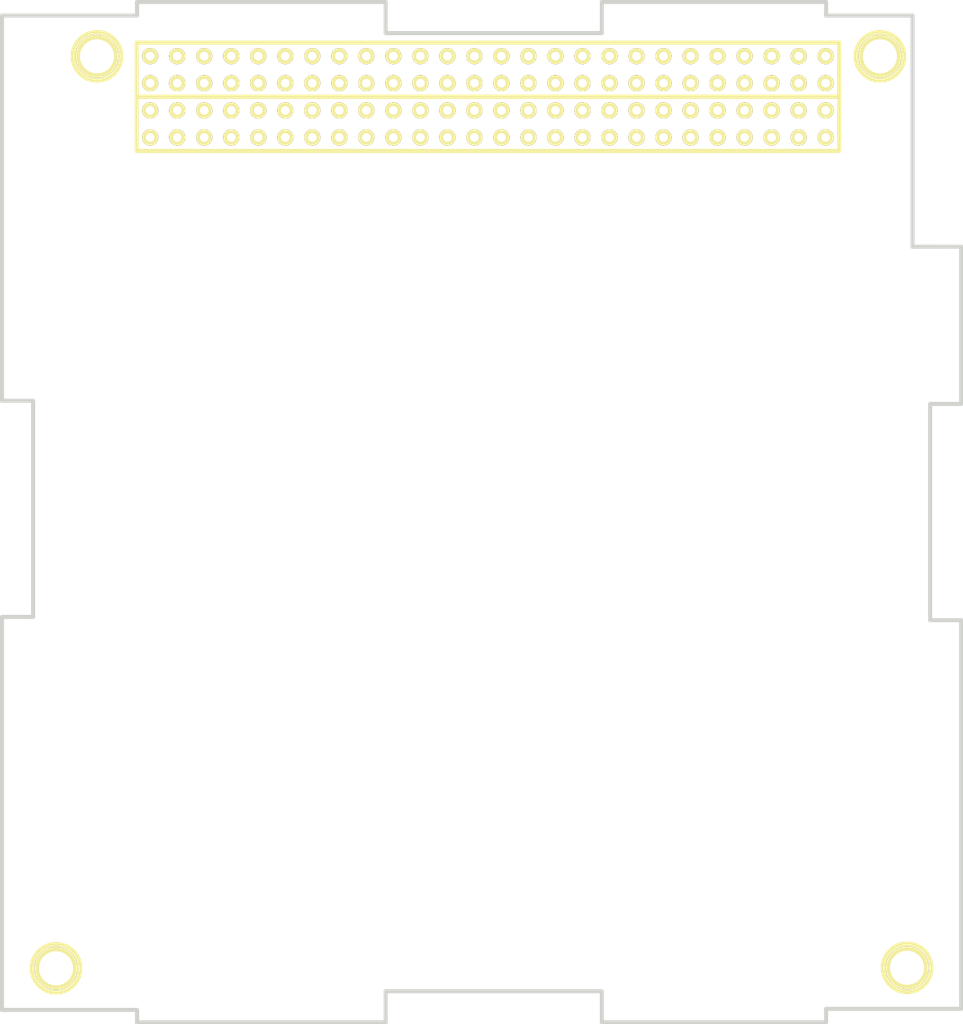
<source format=kicad_pcb>
(kicad_pcb (version 20221018) (generator pcbnew)
  (layers (0 "F.Cu" signal "Front") (31 "B.Cu" signal "Back") (34 "B.Paste" user) (35 "F.Paste" user) (36 "B.SilkS" user) (37 "F.SilkS" user) (38 "B.Mask" user) (39 "F.Mask" user) (44 "Edge.Cuts" user))
  (net 0 "")
  (footprint "1pin" (layer "F.Cu") (at 77.50048 48.75022)
    (fp_text reference "1PIN" hide)
    (fp_text value "P***" hide)
    (fp_circle (center 0 0) (end 0 -2.286) (stroke (width 0.381)) (fill none) (layer "F.SilkS"))
    (pad "1" thru_hole circle (at 0 0) (size 4.064 4.064) (drill 3.2004) (layers "*.Cu" "*.Mask" "F.SilkS"))
  )
  (footprint "1pin" (layer "F.Cu") (at 151.09952 48.75022)
    (fp_text reference "1PIN" hide)
    (fp_text value "P***" hide)
    (fp_circle (center 0 0) (end 0 -2.286) (stroke (width 0.381)) (fill none) (layer "F.SilkS"))
    (pad "1" thru_hole circle (at 0 0) (size 4.064 4.064) (drill 3.2004) (layers "*.Cu" "*.Mask" "F.SilkS"))
  )
  (footprint "1pin" (layer "F.Cu") (at 73.64984 134.44982)
    (fp_text reference "1PIN" hide)
    (fp_text value "P***" hide)
    (fp_circle (center 0 0) (end 0 -2.286) (stroke (width 0.381)) (fill none) (layer "F.SilkS"))
    (pad "1" thru_hole circle (at 0 0) (size 4.064 4.064) (drill 3.2004) (layers "*.Cu" "*.Mask" "F.SilkS"))
  )
  (footprint "1pin" (layer "F.Cu") (at 153.64968 134.39902)
    (fp_text reference "1PIN" hide)
    (fp_text value "P***" hide)
    (fp_circle (center 0 0) (end 0 -2.286) (stroke (width 0.381)) (fill none) (layer "F.SilkS"))
    (pad "1" thru_hole circle (at 0 0) (size 4.064 4.064) (drill 3.2004) (layers "*.Cu" "*.Mask" "F.SilkS"))
  )
  (footprint "CSK_Header" (layer "F.Cu") (at 114.2492 55.10022 90)
    (fp_text reference "H1" hide)
    (fp_text value "H1" hide)
    (fp_line (start -2.54 -33.02) (end 2.54 -33.02) (stroke (width 0.381)) (layer "F.SilkS"))
    (fp_line (start -2.54 33.02) (end -2.54 -33.02) (stroke (width 0.381)) (layer "F.SilkS"))
    (fp_line (start 2.54 -33.02) (end 2.54 33.02) (stroke (width 0.381)) (layer "F.SilkS"))
    (fp_line (start 2.54 33.02) (end -2.54 33.02) (stroke (width 0.381)) (layer "F.SilkS"))
    (pad "1" thru_hole circle (at -1.27 -31.75 90) (size 1.524 1.524) (drill 0.8128) (layers "*.Cu" "*.Mask" "F.SilkS"))
    (pad "2" thru_hole circle (at 1.27 -31.75 90) (size 1.524 1.524) (drill 0.8128) (layers "*.Cu" "*.Mask" "F.SilkS"))
    (pad "3" thru_hole circle (at -1.27 -29.21 90) (size 1.524 1.524) (drill 0.8128) (layers "*.Cu" "*.Mask" "F.SilkS"))
    (pad "4" thru_hole circle (at 1.27 -29.21 90) (size 1.524 1.524) (drill 0.8128) (layers "*.Cu" "*.Mask" "F.SilkS"))
    (pad "5" thru_hole circle (at -1.27 -26.67 90) (size 1.524 1.524) (drill 0.8128) (layers "*.Cu" "*.Mask" "F.SilkS"))
    (pad "6" thru_hole circle (at 1.27 -26.67 90) (size 1.524 1.524) (drill 0.8128) (layers "*.Cu" "*.Mask" "F.SilkS"))
    (pad "7" thru_hole circle (at -1.27 -24.13 90) (size 1.524 1.524) (drill 0.8128) (layers "*.Cu" "*.Mask" "F.SilkS"))
    (pad "8" thru_hole circle (at 1.27 -24.13 90) (size 1.524 1.524) (drill 0.8128) (layers "*.Cu" "*.Mask" "F.SilkS"))
    (pad "9" thru_hole circle (at -1.27 -21.59 90) (size 1.524 1.524) (drill 0.8128) (layers "*.Cu" "*.Mask" "F.SilkS"))
    (pad "10" thru_hole circle (at 1.27 -21.59 90) (size 1.524 1.524) (drill 0.8128) (layers "*.Cu" "*.Mask" "F.SilkS"))
    (pad "11" thru_hole circle (at -1.27 -19.05 90) (size 1.524 1.524) (drill 0.8128) (layers "*.Cu" "*.Mask" "F.SilkS"))
    (pad "12" thru_hole circle (at 1.27 -19.05 90) (size 1.524 1.524) (drill 0.8128) (layers "*.Cu" "*.Mask" "F.SilkS"))
    (pad "13" thru_hole circle (at -1.27 -16.51 90) (size 1.524 1.524) (drill 0.8128) (layers "*.Cu" "*.Mask" "F.SilkS"))
    (pad "14" thru_hole circle (at 1.27 -16.51 90) (size 1.524 1.524) (drill 0.8128) (layers "*.Cu" "*.Mask" "F.SilkS"))
    (pad "15" thru_hole circle (at -1.27 -13.97 90) (size 1.524 1.524) (drill 0.8128) (layers "*.Cu" "*.Mask" "F.SilkS"))
    (pad "16" thru_hole circle (at 1.27 -13.97 90) (size 1.524 1.524) (drill 0.8128) (layers "*.Cu" "*.Mask" "F.SilkS"))
    (pad "17" thru_hole circle (at -1.27 -11.43 90) (size 1.524 1.524) (drill 0.8128) (layers "*.Cu" "*.Mask" "F.SilkS"))
    (pad "18" thru_hole circle (at 1.27 -11.43 90) (size 1.524 1.524) (drill 0.8128) (layers "*.Cu" "*.Mask" "F.SilkS"))
    (pad "19" thru_hole circle (at -1.27 -8.89 90) (size 1.524 1.524) (drill 0.8128) (layers "*.Cu" "*.Mask" "F.SilkS"))
    (pad "20" thru_hole circle (at 1.27 -8.89 90) (size 1.524 1.524) (drill 0.8128) (layers "*.Cu" "*.Mask" "F.SilkS"))
    (pad "21" thru_hole circle (at -1.27 -6.35 90) (size 1.524 1.524) (drill 0.8128) (layers "*.Cu" "*.Mask" "F.SilkS"))
    (pad "22" thru_hole circle (at 1.27 -6.35 90) (size 1.524 1.524) (drill 0.8128) (layers "*.Cu" "*.Mask" "F.SilkS"))
    (pad "23" thru_hole circle (at -1.27 -3.81 90) (size 1.524 1.524) (drill 0.8128) (layers "*.Cu" "*.Mask" "F.SilkS"))
    (pad "24" thru_hole circle (at 1.27 -3.81 90) (size 1.524 1.524) (drill 0.8128) (layers "*.Cu" "*.Mask" "F.SilkS"))
    (pad "25" thru_hole circle (at -1.27 -1.27 90) (size 1.524 1.524) (drill 0.8128) (layers "*.Cu" "*.Mask" "F.SilkS"))
    (pad "26" thru_hole circle (at 1.27 -1.27 90) (size 1.524 1.524) (drill 0.8128) (layers "*.Cu" "*.Mask" "F.SilkS"))
    (pad "27" thru_hole circle (at -1.27 1.27 90) (size 1.524 1.524) (drill 0.8128) (layers "*.Cu" "*.Mask" "F.SilkS"))
    (pad "28" thru_hole circle (at 1.27 1.27 90) (size 1.524 1.524) (drill 0.8128) (layers "*.Cu" "*.Mask" "F.SilkS"))
    (pad "29" thru_hole circle (at -1.27 3.81 90) (size 1.524 1.524) (drill 0.8128) (layers "*.Cu" "*.Mask" "F.SilkS"))
    (pad "30" thru_hole circle (at 1.27 3.81 90) (size 1.524 1.524) (drill 0.8128) (layers "*.Cu" "*.Mask" "F.SilkS"))
    (pad "31" thru_hole circle (at -1.27 6.35 90) (size 1.524 1.524) (drill 0.8128) (layers "*.Cu" "*.Mask" "F.SilkS"))
    (pad "32" thru_hole circle (at 1.27 6.35 90) (size 1.524 1.524) (drill 0.8128) (layers "*.Cu" "*.Mask" "F.SilkS"))
    (pad "33" thru_hole circle (at -1.27 8.89 90) (size 1.524 1.524) (drill 0.8128) (layers "*.Cu" "*.Mask" "F.SilkS"))
    (pad "34" thru_hole circle (at 1.27 8.89 90) (size 1.524 1.524) (drill 0.8128) (layers "*.Cu" "*.Mask" "F.SilkS"))
    (pad "35" thru_hole circle (at -1.27 11.43 90) (size 1.524 1.524) (drill 0.8128) (layers "*.Cu" "*.Mask" "F.SilkS"))
    (pad "36" thru_hole circle (at 1.27 11.43 90) (size 1.524 1.524) (drill 0.8128) (layers "*.Cu" "*.Mask" "F.SilkS"))
    (pad "37" thru_hole circle (at -1.27 13.97 90) (size 1.524 1.524) (drill 0.8128) (layers "*.Cu" "*.Mask" "F.SilkS"))
    (pad "38" thru_hole circle (at 1.27 13.97 90) (size 1.524 1.524) (drill 0.8128) (layers "*.Cu" "*.Mask" "F.SilkS"))
    (pad "39" thru_hole circle (at -1.27 16.51 90) (size 1.524 1.524) (drill 0.8128) (layers "*.Cu" "*.Mask" "F.SilkS"))
    (pad "40" thru_hole circle (at 1.27 16.51 90) (size 1.524 1.524) (drill 0.8128) (layers "*.Cu" "*.Mask" "F.SilkS"))
    (pad "41" thru_hole circle (at -1.27 19.05 90) (size 1.524 1.524) (drill 0.8128) (layers "*.Cu" "*.Mask" "F.SilkS"))
    (pad "42" thru_hole circle (at 1.27 19.05 90) (size 1.524 1.524) (drill 0.8128) (layers "*.Cu" "*.Mask" "F.SilkS"))
    (pad "43" thru_hole circle (at -1.27 21.59 90) (size 1.524 1.524) (drill 0.8128) (layers "*.Cu" "*.Mask" "F.SilkS"))
    (pad "44" thru_hole circle (at 1.27 21.59 90) (size 1.524 1.524) (drill 0.8128) (layers "*.Cu" "*.Mask" "F.SilkS"))
    (pad "45" thru_hole circle (at -1.27 24.13 90) (size 1.524 1.524) (drill 0.8128) (layers "*.Cu" "*.Mask" "F.SilkS"))
    (pad "46" thru_hole circle (at 1.27 24.13 90) (size 1.524 1.524) (drill 0.8128) (layers "*.Cu" "*.Mask" "F.SilkS"))
    (pad "47" thru_hole circle (at -1.27 26.67 90) (size 1.524 1.524) (drill 0.8128) (layers "*.Cu" "*.Mask" "F.SilkS"))
    (pad "48" thru_hole circle (at 1.27 26.67 90) (size 1.524 1.524) (drill 0.8128) (layers "*.Cu" "*.Mask" "F.SilkS"))
    (pad "49" thru_hole circle (at -1.27 29.21 90) (size 1.524 1.524) (drill 0.8128) (layers "*.Cu" "*.Mask" "F.SilkS"))
    (pad "50" thru_hole circle (at 1.27 29.21 90) (size 1.524 1.524) (drill 0.8128) (layers "*.Cu" "*.Mask" "F.SilkS"))
    (pad "51" thru_hole circle (at -1.27 31.75 90) (size 1.524 1.524) (drill 0.8128) (layers "*.Cu" "*.Mask" "F.SilkS"))
    (pad "52" thru_hole circle (at 1.27 31.75 90) (size 1.524 1.524) (drill 0.8128) (layers "*.Cu" "*.Mask" "F.SilkS"))
  )
  (footprint "CSK_Header" (layer "F.Cu") (at 114.2492 49.9999 90)
    (fp_text reference "H2" hide)
    (fp_text value "H2" hide)
    (fp_line (start -2.54 -33.02) (end 2.54 -33.02) (stroke (width 0.381)) (layer "F.SilkS"))
    (fp_line (start -2.54 33.02) (end -2.54 -33.02) (stroke (width 0.381)) (layer "F.SilkS"))
    (fp_line (start 2.54 -33.02) (end 2.54 33.02) (stroke (width 0.381)) (layer "F.SilkS"))
    (fp_line (start 2.54 33.02) (end -2.54 33.02) (stroke (width 0.381)) (layer "F.SilkS"))
    (pad "1" thru_hole circle (at -1.27 -31.75 90) (size 1.524 1.524) (drill 0.8128) (layers "*.Cu" "*.Mask" "F.SilkS"))
    (pad "2" thru_hole circle (at 1.27 -31.75 90) (size 1.524 1.524) (drill 0.8128) (layers "*.Cu" "*.Mask" "F.SilkS"))
    (pad "3" thru_hole circle (at -1.27 -29.21 90) (size 1.524 1.524) (drill 0.8128) (layers "*.Cu" "*.Mask" "F.SilkS"))
    (pad "4" thru_hole circle (at 1.27 -29.21 90) (size 1.524 1.524) (drill 0.8128) (layers "*.Cu" "*.Mask" "F.SilkS"))
    (pad "5" thru_hole circle (at -1.27 -26.67 90) (size 1.524 1.524) (drill 0.8128) (layers "*.Cu" "*.Mask" "F.SilkS"))
    (pad "6" thru_hole circle (at 1.27 -26.67 90) (size 1.524 1.524) (drill 0.8128) (layers "*.Cu" "*.Mask" "F.SilkS"))
    (pad "7" thru_hole circle (at -1.27 -24.13 90) (size 1.524 1.524) (drill 0.8128) (layers "*.Cu" "*.Mask" "F.SilkS"))
    (pad "8" thru_hole circle (at 1.27 -24.13 90) (size 1.524 1.524) (drill 0.8128) (layers "*.Cu" "*.Mask" "F.SilkS"))
    (pad "9" thru_hole circle (at -1.27 -21.59 90) (size 1.524 1.524) (drill 0.8128) (layers "*.Cu" "*.Mask" "F.SilkS"))
    (pad "10" thru_hole circle (at 1.27 -21.59 90) (size 1.524 1.524) (drill 0.8128) (layers "*.Cu" "*.Mask" "F.SilkS"))
    (pad "11" thru_hole circle (at -1.27 -19.05 90) (size 1.524 1.524) (drill 0.8128) (layers "*.Cu" "*.Mask" "F.SilkS"))
    (pad "12" thru_hole circle (at 1.27 -19.05 90) (size 1.524 1.524) (drill 0.8128) (layers "*.Cu" "*.Mask" "F.SilkS"))
    (pad "13" thru_hole circle (at -1.27 -16.51 90) (size 1.524 1.524) (drill 0.8128) (layers "*.Cu" "*.Mask" "F.SilkS"))
    (pad "14" thru_hole circle (at 1.27 -16.51 90) (size 1.524 1.524) (drill 0.8128) (layers "*.Cu" "*.Mask" "F.SilkS"))
    (pad "15" thru_hole circle (at -1.27 -13.97 90) (size 1.524 1.524) (drill 0.8128) (layers "*.Cu" "*.Mask" "F.SilkS"))
    (pad "16" thru_hole circle (at 1.27 -13.97 90) (size 1.524 1.524) (drill 0.8128) (layers "*.Cu" "*.Mask" "F.SilkS"))
    (pad "17" thru_hole circle (at -1.27 -11.43 90) (size 1.524 1.524) (drill 0.8128) (layers "*.Cu" "*.Mask" "F.SilkS"))
    (pad "18" thru_hole circle (at 1.27 -11.43 90) (size 1.524 1.524) (drill 0.8128) (layers "*.Cu" "*.Mask" "F.SilkS"))
    (pad "19" thru_hole circle (at -1.27 -8.89 90) (size 1.524 1.524) (drill 0.8128) (layers "*.Cu" "*.Mask" "F.SilkS"))
    (pad "20" thru_hole circle (at 1.27 -8.89 90) (size 1.524 1.524) (drill 0.8128) (layers "*.Cu" "*.Mask" "F.SilkS"))
    (pad "21" thru_hole circle (at -1.27 -6.35 90) (size 1.524 1.524) (drill 0.8128) (layers "*.Cu" "*.Mask" "F.SilkS"))
    (pad "22" thru_hole circle (at 1.27 -6.35 90) (size 1.524 1.524) (drill 0.8128) (layers "*.Cu" "*.Mask" "F.SilkS"))
    (pad "23" thru_hole circle (at -1.27 -3.81 90) (size 1.524 1.524) (drill 0.8128) (layers "*.Cu" "*.Mask" "F.SilkS"))
    (pad "24" thru_hole circle (at 1.27 -3.81 90) (size 1.524 1.524) (drill 0.8128) (layers "*.Cu" "*.Mask" "F.SilkS"))
    (pad "25" thru_hole circle (at -1.27 -1.27 90) (size 1.524 1.524) (drill 0.8128) (layers "*.Cu" "*.Mask" "F.SilkS"))
    (pad "26" thru_hole circle (at 1.27 -1.27 90) (size 1.524 1.524) (drill 0.8128) (layers "*.Cu" "*.Mask" "F.SilkS"))
    (pad "27" thru_hole circle (at -1.27 1.27 90) (size 1.524 1.524) (drill 0.8128) (layers "*.Cu" "*.Mask" "F.SilkS"))
    (pad "28" thru_hole circle (at 1.27 1.27 90) (size 1.524 1.524) (drill 0.8128) (layers "*.Cu" "*.Mask" "F.SilkS"))
    (pad "29" thru_hole circle (at -1.27 3.81 90) (size 1.524 1.524) (drill 0.8128) (layers "*.Cu" "*.Mask" "F.SilkS"))
    (pad "30" thru_hole circle (at 1.27 3.81 90) (size 1.524 1.524) (drill 0.8128) (layers "*.Cu" "*.Mask" "F.SilkS"))
    (pad "31" thru_hole circle (at -1.27 6.35 90) (size 1.524 1.524) (drill 0.8128) (layers "*.Cu" "*.Mask" "F.SilkS"))
    (pad "32" thru_hole circle (at 1.27 6.35 90) (size 1.524 1.524) (drill 0.8128) (layers "*.Cu" "*.Mask" "F.SilkS"))
    (pad "33" thru_hole circle (at -1.27 8.89 90) (size 1.524 1.524) (drill 0.8128) (layers "*.Cu" "*.Mask" "F.SilkS"))
    (pad "34" thru_hole circle (at 1.27 8.89 90) (size 1.524 1.524) (drill 0.8128) (layers "*.Cu" "*.Mask" "F.SilkS"))
    (pad "35" thru_hole circle (at -1.27 11.43 90) (size 1.524 1.524) (drill 0.8128) (layers "*.Cu" "*.Mask" "F.SilkS"))
    (pad "36" thru_hole circle (at 1.27 11.43 90) (size 1.524 1.524) (drill 0.8128) (layers "*.Cu" "*.Mask" "F.SilkS"))
    (pad "37" thru_hole circle (at -1.27 13.97 90) (size 1.524 1.524) (drill 0.8128) (layers "*.Cu" "*.Mask" "F.SilkS"))
    (pad "38" thru_hole circle (at 1.27 13.97 90) (size 1.524 1.524) (drill 0.8128) (layers "*.Cu" "*.Mask" "F.SilkS"))
    (pad "39" thru_hole circle (at -1.27 16.51 90) (size 1.524 1.524) (drill 0.8128) (layers "*.Cu" "*.Mask" "F.SilkS"))
    (pad "40" thru_hole circle (at 1.27 16.51 90) (size 1.524 1.524) (drill 0.8128) (layers "*.Cu" "*.Mask" "F.SilkS"))
    (pad "41" thru_hole circle (at -1.27 19.05 90) (size 1.524 1.524) (drill 0.8128) (layers "*.Cu" "*.Mask" "F.SilkS"))
    (pad "42" thru_hole circle (at 1.27 19.05 90) (size 1.524 1.524) (drill 0.8128) (layers "*.Cu" "*.Mask" "F.SilkS"))
    (pad "43" thru_hole circle (at -1.27 21.59 90) (size 1.524 1.524) (drill 0.8128) (layers "*.Cu" "*.Mask" "F.SilkS"))
    (pad "44" thru_hole circle (at 1.27 21.59 90) (size 1.524 1.524) (drill 0.8128) (layers "*.Cu" "*.Mask" "F.SilkS"))
    (pad "45" thru_hole circle (at -1.27 24.13 90) (size 1.524 1.524) (drill 0.8128) (layers "*.Cu" "*.Mask" "F.SilkS"))
    (pad "46" thru_hole circle (at 1.27 24.13 90) (size 1.524 1.524) (drill 0.8128) (layers "*.Cu" "*.Mask" "F.SilkS"))
    (pad "47" thru_hole circle (at -1.27 26.67 90) (size 1.524 1.524) (drill 0.8128) (layers "*.Cu" "*.Mask" "F.SilkS"))
    (pad "48" thru_hole circle (at 1.27 26.67 90) (size 1.524 1.524) (drill 0.8128) (layers "*.Cu" "*.Mask" "F.SilkS"))
    (pad "49" thru_hole circle (at -1.27 29.21 90) (size 1.524 1.524) (drill 0.8128) (layers "*.Cu" "*.Mask" "F.SilkS"))
    (pad "50" thru_hole circle (at 1.27 29.21 90) (size 1.524 1.524) (drill 0.8128) (layers "*.Cu" "*.Mask" "F.SilkS"))
    (pad "51" thru_hole circle (at -1.27 31.75 90) (size 1.524 1.524) (drill 0.8128) (layers "*.Cu" "*.Mask" "F.SilkS"))
    (pad "52" thru_hole circle (at 1.27 31.75 90) (size 1.524 1.524) (drill 0.8128) (layers "*.Cu" "*.Mask" "F.SilkS"))
  )
  (gr_line (start 155.8163 81.41462) (end 158.7373 81.41462) (stroke (width 0.381)) (layer "Edge.Cuts"))
  (gr_line (start 124.9553 46.56582) (end 104.6353 46.56582) (stroke (width 0.381)) (layer "Edge.Cuts"))
  (gr_line (start 81.2673 138.35888) (end 81.2673 139.52474) (stroke (width 0.381)) (layer "Edge.Cuts"))
  (gr_line (start 158.7373 101.73462) (end 155.8163 101.73462) (stroke (width 0.381)) (layer "Edge.Cuts"))
  (gr_line (start 104.6353 139.52474) (end 104.6353 136.60374) (stroke (width 0.381)) (layer "Edge.Cuts"))
  (gr_line (start 124.9553 139.52474) (end 146.0373 139.52474) (stroke (width 0.381)) (layer "Edge.Cuts"))
  (gr_line (start 81.2673 139.52474) (end 104.6353 139.52474) (stroke (width 0.381)) (layer "Edge.Cuts"))
  (gr_line (start 68.57238 44.91482) (end 68.57238 81.10982) (stroke (width 0.381)) (layer "Edge.Cuts"))
  (gr_line (start 158.7373 81.41462) (end 158.7373 66.63182) (stroke (width 0.381)) (layer "Edge.Cuts"))
  (gr_line (start 104.6353 43.64482) (end 81.2673 43.64482) (stroke (width 0.381)) (layer "Edge.Cuts"))
  (gr_line (start 155.8163 101.73462) (end 155.8163 81.41462) (stroke (width 0.381)) (layer "Edge.Cuts"))
  (gr_line (start 104.6353 136.60374) (end 124.9553 136.60374) (stroke (width 0.381)) (layer "Edge.Cuts"))
  (gr_line (start 146.0373 44.91482) (end 146.0373 43.64482) (stroke (width 0.381)) (layer "Edge.Cuts"))
  (gr_line (start 104.6353 46.56582) (end 104.6353 43.64482) (stroke (width 0.381)) (layer "Edge.Cuts"))
  (gr_line (start 146.0373 43.64482) (end 124.9553 43.64482) (stroke (width 0.381)) (layer "Edge.Cuts"))
  (gr_line (start 71.49338 81.10982) (end 71.49338 101.42982) (stroke (width 0.381)) (layer "Edge.Cuts"))
  (gr_line (start 81.2673 43.64482) (end 81.2673 44.91482) (stroke (width 0.381)) (layer "Edge.Cuts"))
  (gr_line (start 146.0373 139.52474) (end 146.0373 138.25474) (stroke (width 0.381)) (layer "Edge.Cuts"))
  (gr_line (start 154.1653 66.6369) (end 154.1653 44.91482) (stroke (width 0.381)) (layer "Edge.Cuts"))
  (gr_line (start 158.7373 138.25474) (end 158.7373 101.73462) (stroke (width 0.381)) (layer "Edge.Cuts"))
  (gr_line (start 146.0373 138.25474) (end 158.7373 138.25474) (stroke (width 0.381)) (layer "Edge.Cuts"))
  (gr_line (start 68.57238 81.10982) (end 71.49338 81.10982) (stroke (width 0.381)) (layer "Edge.Cuts"))
  (gr_line (start 81.2673 44.91482) (end 68.57238 44.91482) (stroke (width 0.381)) (layer "Edge.Cuts"))
  (gr_line (start 158.7373 66.63182) (end 154.1653 66.6369) (stroke (width 0.381)) (layer "Edge.Cuts"))
  (gr_line (start 68.57238 138.35888) (end 81.2673 138.35888) (stroke (width 0.381)) (layer "Edge.Cuts"))
  (gr_line (start 71.49338 101.42982) (end 68.57238 101.42982) (stroke (width 0.381)) (layer "Edge.Cuts"))
  (gr_line (start 68.57238 101.42982) (end 68.57238 138.35888) (stroke (width 0.381)) (layer "Edge.Cuts"))
  (gr_line (start 124.9553 136.60374) (end 124.9553 139.52474) (stroke (width 0.381)) (layer "Edge.Cuts"))
  (gr_line (start 124.9553 43.64482) (end 124.9553 46.56582) (stroke (width 0.381)) (layer "Edge.Cuts"))
  (gr_line (start 154.1653 44.91482) (end 146.0373 44.91482) (stroke (width 0.381)) (layer "Edge.Cuts"))
)
</source>
